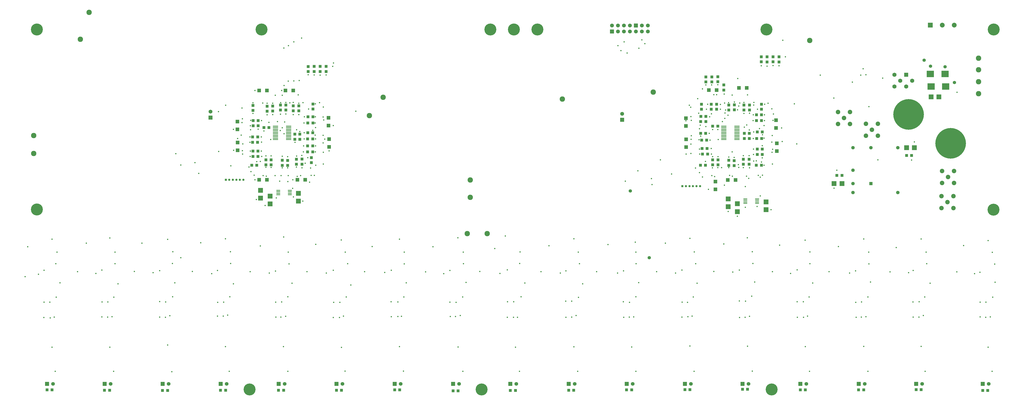
<source format=gbr>
*
G04 Mass Parameters ***
*
G04 Image ***
*
%INTDC_16SMB.GBR*%
%ICAS*%
%MOIN*%
%IPPOS*%
%ASAXBY*%
G74*%FSLAN2X34Y34*%
*
G04 Aperture Definitions ***
*
%ADD10C,0.2000*%
%ADD11C,0.5118*%
%ADD12R,0.0800X0.0800*%
%ADD13R,0.1050X0.1200*%
%ADD14R,0.0500X0.0500*%
%ADD15R,0.0790X0.0790*%
%ADD16R,0.0600X0.0800*%
%ADD17C,0.0750*%
%ADD18C,0.0700*%
%ADD19R,0.0700X0.0700*%
%ADD20C,0.0350*%
%ADD21R,0.0350X0.0350*%
%ADD22C,0.0650*%
%ADD23R,0.0600X0.0600*%
%ADD24O,0.0500X0.1500*%
%ADD25R,0.0500X0.1500*%
%ADD26C,0.0920*%
%ADD27C,0.0580*%
%ADD28C,0.0800*%
%ADD29R,0.0520X0.0500*%
%ADD30O,0.0700X0.0110*%
%ADD31R,0.0700X0.0110*%
%ADD32O,0.0110X0.0700*%
%ADD33R,0.0110X0.0700*%
%ADD34O,0.0250X0.0940*%
%ADD35R,0.0250X0.0940*%
%ADD36C,0.0600*%
%ADD37O,0.0860X0.0250*%
%ADD38R,0.0860X0.0250*%
%ADD39R,0.0866X0.1023*%
%ADD40R,0.0580X0.0580*%
%ADD41C,0.0220*%
%ADD42C,0.0300*%
%ADD43C,0.0160*%
%ADD44C,0.0080*%
%ADD45C,0.0120*%
%ADD46C,0.0220*%
%ADD47C,0.0100*%
%ADD48C,0.0150*%
%ADD49C,0.0200*%
%ADD50C,0.0500*%
%ADD51C,0.0400*%
%ADD52C,0.0220*%
%ADD53C,0.0060*%
%ADD54C,0.2000*%
%ADD55C,0.5118*%
%ADD56R,0.0800X0.0800*%
%ADD57R,0.1200X0.1050*%
%ADD58R,0.0500X0.0500*%
%ADD59R,0.0600X0.0600*%
%ADD60C,0.0750*%
%ADD61C,0.0700*%
%ADD62R,0.0700X0.0700*%
%ADD63C,0.0350*%
%ADD64R,0.0350X0.0350*%
%ADD65C,0.0650*%
%ADD66C,0.0920*%
%ADD67C,0.0580*%
%ADD68C,0.0800*%
%ADD69O,0.0650X0.0160*%
%ADD70R,0.0650X0.0160*%
%ADD71O,0.0900X0.0160*%
%ADD72R,0.0900X0.0160*%
%ADD73C,0.0600*%
%ADD74R,0.0580X0.0580*%
%ADD75C,0.0220*%
%ADD76C,0.0220*%
%ADD77C,0.0250*%
%ADD78C,0.0010*%
%ADD79C,0.0500*%
%ADD80C,0.0500*%
%ADD81R,0.1050X0.1200*%
%ADD82R,0.0790X0.0790*%
%ADD83R,0.0600X0.0800*%
%ADD84C,0.0370*%
%ADD85R,0.0370X0.0370*%
%ADD86R,0.0650X0.0650*%
%ADD87O,0.0500X0.1500*%
%ADD88R,0.0500X0.1500*%
%ADD89C,0.0620*%
%ADD90C,0.0900*%
%ADD91R,0.0520X0.0500*%
%ADD92O,0.0700X0.0110*%
%ADD93R,0.0700X0.0110*%
%ADD94O,0.0110X0.0700*%
%ADD95R,0.0110X0.0700*%
%ADD96O,0.0250X0.0940*%
%ADD97R,0.0250X0.0940*%
%ADD98O,0.0860X0.0250*%
%ADD99R,0.0860X0.0250*%
%ADD100R,0.0945X0.1102*%
%ADD101C,0.0550*%
%ADD102C,0.0550*%
*
G04 Plot Data ***
*
G54D52*
X0028610Y0041470D03*
Y0025960D03*
X0048870Y0041000D03*
X0052530Y0048990D03*
X0074640Y0018500D03*
X0075340Y0016290D03*
X0117560Y0047380D03*
X0118480Y0045720D03*
X0075760Y0019380D03*
X0076330Y0021830D03*
X0075860Y0026910D03*
X0082890Y0029610D03*
X0116970Y0046750D03*
X0153910Y0021680D03*
X0151090Y0016030D03*
X0152780Y0016280D03*
X0152090Y0018580D03*
X0153020Y0019400D03*
X0150300Y0023450D03*
X0141540Y0016000D03*
X0143170Y0016110D03*
X0142410Y0016030D03*
X0153260Y0026910D03*
X0143500Y0019400D03*
X0143940Y0021880D03*
X0142800Y0029090D03*
X0143660Y0026900D03*
X0140440Y0023380D03*
X0134270Y0021740D03*
X0133680Y0019410D03*
X0133020Y0028910D03*
X0133830Y0026930D03*
X0143690Y0024940D03*
X0117345Y0043290D03*
X0093000Y0015990D03*
X0094700Y0016280D03*
X0093990Y0018690D03*
X0095120Y0019320D03*
X0095810Y0021590D03*
X0094350Y0029120D03*
X0095090Y0026910D03*
X0098160Y0023630D03*
X0101650Y0023380D03*
X0105180Y0021790D03*
X0102670Y0016000D03*
X0104360Y0016070D03*
X0103650Y0018510D03*
X0104700Y0019430D03*
X0104740Y0024950D03*
X0084930Y0016010D03*
X0084280Y0018610D03*
X0085500Y0019440D03*
X0086140Y0021730D03*
X0085340Y0026940D03*
X0085290Y0024980D03*
X0081120Y0027510D03*
X0108180Y0023640D03*
X0055830Y0016210D03*
X0151290Y0045330D03*
X0055460Y0028920D03*
X0150810Y0042290D03*
X0135560Y0056500D03*
X0056120Y0026910D03*
X0138330Y0040580D03*
X0137850Y0037595D03*
X0137820Y0052660D03*
X0062730Y0023490D03*
X0066300Y0021770D03*
X0065170Y0029050D03*
X0065910Y0019400D03*
X0064920Y0018550D03*
X0065530Y0016170D03*
X0065970Y0026900D03*
Y0024940D03*
X0152430Y0029080D03*
X0145180Y0042320D03*
X0124860Y0042160D03*
X0123640Y0043020D03*
X0124380Y0043220D03*
X0124390Y0044130D03*
X0122670Y0043035D03*
X0124340Y0045880D03*
X0129080Y0047650D03*
X0129170Y0045380D03*
X0127533Y0041633D03*
X0127490Y0043600D03*
X0124430Y0047010D03*
X0126145Y0048060D03*
X0127455Y0045310D03*
X0127505Y0046402D03*
X0074960Y0029290D03*
X0124570Y0021900D03*
X0124070Y0019540D03*
X0122040Y0015970D03*
X0121150Y0042735D03*
X0122990Y0015990D03*
X0123730Y0016150D03*
X0104000Y0011020D03*
X0104730Y0006950D03*
X0127705Y0049985D03*
X0114700Y0024960D03*
X0114480Y0026920D03*
X0109660Y0028390D03*
X0113910Y0044960D03*
X0113973Y0046357D03*
X0031620Y0040070D03*
X0034950Y0043730D03*
X0027790Y0043350D03*
X0074990Y0011040D03*
X0075770Y0006950D03*
X0027240Y0019440D03*
X0025080Y0016030D03*
X0026060Y0015980D03*
X0026790Y0016270D03*
X0047230Y0021710D03*
X0046590Y0026890D03*
X0113870Y0051130D03*
X0113090Y0048850D03*
X0007080Y0010990D03*
X0007630Y0006950D03*
X0007080Y0029050D03*
X0120160Y0033700D03*
X0054110Y0048060D03*
X0057870Y0050450D03*
X0036930Y0026950D03*
X0031950Y0028450D03*
X0049020Y0035430D03*
X0047440Y0036130D03*
X0044590Y0035960D03*
X0133040Y0011100D03*
X0133750Y0006950D03*
X0084570Y0010980D03*
X0085240Y0006950D03*
X0094340Y0011060D03*
X0094970Y0006950D03*
X0036080Y0011080D03*
X0036730Y0006950D03*
X0045790Y0011090D03*
X0046500Y0006950D03*
X0124170Y0026950D03*
X0152420Y0011120D03*
X0153080Y0006950D03*
X0142810Y0011140D03*
X0143510Y0006950D03*
X0016740Y0011000D03*
X0017390Y0006950D03*
X0143670Y0051240D03*
X0163970Y0016050D03*
X0142720Y0057550D03*
X0143170Y0056550D03*
X0164380Y0019350D03*
X0164780Y0021870D03*
X0163610Y0028830D03*
X0159530Y0027980D03*
X0164720Y0024890D03*
X0164330Y0026850D03*
X0164290Y0006950D03*
X0163610Y0011010D03*
X0153340Y0024950D03*
X0123370Y0011150D03*
X0124190Y0007000D03*
X0043720Y0042980D03*
X0042840Y0043000D03*
X0042080Y0043800D03*
Y0046170D03*
X0042510Y0047170D03*
X0040280Y0047360D03*
X0038991Y0044979D03*
X0038951Y0043290D03*
X0037450Y0043920D03*
X0036980Y0041320D03*
X0041010Y0053930D03*
X0042300Y0051840D03*
X0043990Y0049890D03*
X0047420Y0049880D03*
X0048340Y0049910D03*
X0049040Y0051880D03*
X0049980Y0050830D03*
X0049270Y0049540D03*
X0049250Y0045830D03*
X0049160Y0044660D03*
X0049130Y0043670D03*
X0044410Y0053130D03*
X0045290Y0049950D03*
X0046180Y0050010D03*
X0046840Y0051870D03*
X0104620Y0028560D03*
X0104700Y0026910D03*
X0100050Y0028150D03*
X0043040Y0049870D03*
X0049730Y0023640D03*
X0051180Y0028180D03*
X0040670Y0050080D03*
X0038850Y0050990D03*
X0038910Y0049210D03*
X0113924Y0043404D03*
X0113120Y0043280D03*
X0108820Y0042340D03*
X0110680Y0039960D03*
X0107410Y0038210D03*
X0107310Y0039200D03*
X0102940Y0038760D03*
X0045590Y0042940D03*
X0046490Y0042850D03*
X0047970Y0042950D03*
X0048860Y0043050D03*
X0049840Y0042710D03*
X0127540Y0023630D03*
X0128740Y0028070D03*
X0050150Y0038580D03*
X0048650Y0039710D03*
X0050950Y0039740D03*
X0050410Y0039730D03*
X0042140Y0042890D03*
X0147220Y0023610D03*
X0148250Y0027650D03*
X0038730Y0046460D03*
X0037410Y0047430D03*
X0034910Y0050380D03*
X0052440Y0051150D03*
X0052420Y0049510D03*
X0041260Y0035680D03*
X0088840Y0023630D03*
X0090180Y0027970D03*
X0069550Y0023610D03*
X0070790Y0027780D03*
X0059360Y0023620D03*
X0060620Y0027830D03*
X0137000Y0023630D03*
X0138570Y0027840D03*
X0045591Y0053121D03*
X0158410Y0053620D03*
X0117535Y0042850D03*
X0121900Y0041050D03*
X0133400Y0016200D03*
X0132710Y0018580D03*
X0081980Y0023320D03*
X0078600Y0023650D03*
X0095270Y0024950D03*
X0092080Y0023400D03*
X0111350D03*
X0113760Y0029200D03*
X0057040Y0021390D03*
X0056290Y0019380D03*
X0075880Y0024950D03*
X0072570Y0023310D03*
X0130590Y0023330D03*
X0133830Y0024970D03*
X0124280Y0024990D03*
X0055470Y0010960D03*
X0056070Y0007000D03*
X0117300Y0044220D03*
X0117100Y0045620D03*
X0116510Y0050790D03*
X0117360Y0050030D03*
X0114120Y0016210D03*
X0113360Y0018480D03*
X0112460Y0018530D03*
X0012820Y0028390D03*
X0017630Y0026910D03*
X0003030Y0027790D03*
X0002570Y0022790D03*
X0004800Y0023200D03*
X0119725Y0050660D03*
X0118850Y0050790D03*
X0007900Y0026910D03*
X0007730Y0024950D03*
X0008410Y0021750D03*
X0007780Y0019370D03*
X0007440Y0016030D03*
X0005740Y0018540D03*
X0006720Y0018530D03*
X0011360Y0023640D03*
X0017620Y0024950D03*
X0014430Y0023340D03*
X0018110Y0021600D03*
X0017400Y0019370D03*
X0017110Y0016090D03*
X0015440Y0018570D03*
X0016410Y0018550D03*
X0016750Y0029270D03*
X0030560Y0023660D03*
X0036940Y0024990D03*
X0033790Y0023280D03*
X0036070Y0029120D03*
X0037410Y0021600D03*
X0116400Y0047880D03*
X0117040Y0049520D03*
X0036820Y0019440D03*
X0036440Y0016360D03*
X0040230Y0023620D03*
X0046720Y0024930D03*
X0043430Y0023400D03*
X0046530Y0019420D03*
X0046150Y0016150D03*
X0041920Y0027920D03*
X0056530Y0024950D03*
X0052940Y0023390D03*
X0124440Y0051940D03*
X0122070Y0051835D03*
X0121700Y0050680D03*
X0115342Y0047538D03*
X0113910Y0049550D03*
X0115840Y0054205D03*
X0117750Y0053240D03*
X0042110Y0045280D03*
X0043635Y0045725D03*
X0052437Y0041633D03*
X0053400Y0043830D03*
X0052410Y0046440D03*
X0052404Y0045176D03*
X0052440Y0043600D03*
X0051155Y0047735D03*
X0163220Y0016010D03*
X0162280Y0016050D03*
X0161360Y0023290D03*
X0065180Y0011110D03*
X0065840Y0007000D03*
X0121750Y0055940D03*
X0127570Y0044090D03*
X0115380Y0043290D03*
X0126140Y0041430D03*
X0114330Y0019390D03*
X0113760Y0011190D03*
X0114440Y0006960D03*
X0122790Y0050105D03*
X0117890Y0039540D03*
X0048260Y0053210D03*
X0038850Y0048550D03*
X0041020Y0038980D03*
X0093000Y0023760D03*
X0151090Y0023840D03*
X0112420Y0023910D03*
X0119195Y0048719D03*
X0046590Y0039710D03*
X0045390Y0039690D03*
X0042380Y0039710D03*
X0044390Y0039680D03*
X0102660Y0023770D03*
X0073630Y0023840D03*
X0042900Y0039590D03*
X0048070Y0039550D03*
X0113958Y0045766D03*
X0041330Y0042040D03*
X0040333Y0040353D03*
X0127646Y0048916D03*
X0141460Y0023760D03*
X0123730Y0050120D03*
X0124310Y0048910D03*
X0124340Y0049870D03*
X0119555Y0051835D03*
X0120830Y0053170D03*
X0054120Y0023870D03*
X0083230Y0023930D03*
X0124970Y0034530D03*
X0127320Y0033990D03*
X0115050Y0052555D03*
X0123020Y0034410D03*
X0123360Y0029280D03*
X0121690Y0032910D03*
X0015400Y0023880D03*
X0040320Y0048920D03*
X0043340Y0048600D03*
X0125890Y0039760D03*
X0125510Y0039440D03*
X0125190Y0039720D03*
X0005750Y0023860D03*
X0131670Y0023930D03*
X0051180Y0041430D03*
X0049410Y0041750D03*
X0119500Y0038110D03*
X0120394Y0039735D03*
X0045150Y0038750D03*
X0052690Y0045790D03*
X0116840Y0037390D03*
X0123720Y0041010D03*
X0123020Y0037870D03*
X0044450Y0023740D03*
X0116360Y0042070D03*
X0120250Y0042780D03*
X0118460Y0042850D03*
X0041920Y0042050D03*
X0124400Y0042140D03*
X0051140Y0045830D03*
X0125706Y0041944D03*
X0125850Y0042670D03*
X0123680Y0047330D03*
X0122020Y0023890D03*
X0034750Y0023820D03*
X0119060Y0041030D03*
X0117410Y0039710D03*
X0115340Y0040210D03*
X0125050Y0050800D03*
X0047360Y0039000D03*
X0046520Y0038700D03*
X0049250Y0046860D03*
X0049230Y0048500D03*
X0040190Y0045270D03*
X0115220Y0050120D03*
X0120230Y0051910D03*
X0125880Y0046540D03*
X0063830Y0023870D03*
X0123370Y0053180D03*
X0046470Y0040980D03*
X0126255Y0051640D03*
X0126200Y0049860D03*
X0124410Y0051490D03*
X0127440Y0050860D03*
X0131220Y0051700D03*
X0121190Y0051980D03*
X0042100Y0048910D03*
X0041550Y0047450D03*
X0045470Y0053920D03*
X0120260Y0041020D03*
X0045300Y0051890D03*
X0038930Y0043860D03*
X0040020Y0041140D03*
X0051120Y0051680D03*
X0048520Y0047070D03*
X0120860Y0039610D03*
X0142330Y0056510D03*
X0051120Y0049540D03*
X0050680Y0047270D03*
X0140920Y0055320D03*
X0047310Y0037550D03*
X0040180Y0046160D03*
X0038130Y0045880D03*
X0123250Y0048170D03*
X0113970Y0048920D03*
X0121855Y0041540D03*
X0121910Y0051330D03*
X0118840Y0051590D03*
X0122670Y0041020D03*
X0123570Y0039240D03*
X0050316Y0040954D03*
X0040870Y0039750D03*
X0125850Y0044705D03*
X0126150Y0045960D03*
X0122790Y0051930D03*
X0126200Y0048910D03*
X0047730Y0045270D03*
X0043040Y0051780D03*
X0040670Y0051870D03*
X0051080Y0048490D03*
X0047953Y0041136D03*
X0051160Y0044660D03*
X0115860Y0039470D03*
X0048347Y0051793D03*
X0114695Y0040970D03*
X0117530Y0040980D03*
X0043970Y0051780D03*
X0145990Y0056010D03*
X0045800Y0029440D03*
X0042720Y0034690D03*
X0115490Y0048120D03*
X0115270Y0045700D03*
X0105730Y0062380D03*
X0162260Y0023530D03*
X0043710Y0041050D03*
X0040258Y0043798D03*
X0115360Y0044120D03*
X0118430Y0041040D03*
X0113645Y0051475D03*
X0125370Y0047550D03*
X0123220Y0039590D03*
X0045870Y0054760D03*
X0045860Y0061020D03*
X0045590Y0040980D03*
X0042840Y0041100D03*
X0045890Y0046710D03*
X0120800Y0043660D03*
G54D54*
X0126550Y0064140D03*
X0080370D03*
X0127420Y0003940D03*
X0078920D03*
X0040110D03*
X0042100Y0064140D03*
X0084310D03*
X0088260D03*
X0164510Y0034010D03*
X0164550Y0064130D03*
X0004540Y0034020D03*
Y0064130D03*
G54D55*
X0157340Y0045100D03*
X0150310Y0049920D03*
G54D56*
X0153950Y0064870D03*
X0149970Y0044360D03*
X0151290D03*
X0139170Y0038370D03*
X0137850D03*
X0154070Y0052850D03*
X0155390D03*
X0041940Y0037240D03*
Y0035920D03*
X0043550Y0036270D03*
Y0034950D03*
X0048280Y0036740D03*
Y0035420D03*
X0120160Y0035800D03*
Y0034480D03*
X0126490Y0035310D03*
Y0033990D03*
X0121690Y0034990D03*
Y0033670D03*
G54D57*
X0154070Y0054580D03*
X0156520D03*
X0153950Y0056700D03*
X0156400D03*
G54D58*
X0119400Y0054850D03*
Y0054010D03*
X0118420Y0056230D03*
Y0055390D03*
X0117400Y0056200D03*
Y0055360D03*
X0116420Y0056190D03*
Y0055350D03*
X0048510Y0045750D03*
X0047670D03*
X0048520Y0046640D03*
X0047680D03*
X0125670Y0059560D03*
Y0058720D03*
X0126640Y0059550D03*
Y0058710D03*
X0127650Y0059560D03*
Y0058720D03*
X0128660Y0059550D03*
Y0058710D03*
X0049920Y0057940D03*
Y0057100D03*
X0050900Y0057950D03*
Y0057110D03*
X0051920Y0057950D03*
Y0057110D03*
X0052910Y0057950D03*
Y0057110D03*
X0123690Y0045900D03*
X0122850D03*
X0123680Y0046760D03*
X0122840D03*
X0113750Y0003900D03*
X0112910D03*
X0104000Y0003850D03*
X0103160D03*
X0094320Y0003800D03*
X0093480D03*
X0084570Y0003770D03*
X0083730D03*
X0123380Y0003950D03*
X0122540D03*
X0133040Y0003850D03*
X0132200D03*
X0142800D03*
X0141960D03*
X0152410Y0003900D03*
X0151570D03*
X0163550Y0003770D03*
X0162710D03*
X0074980Y0003690D03*
X0074140D03*
X0065210Y0003850D03*
X0064370D03*
X0055480Y0003800D03*
X0054640D03*
X0045800D03*
X0044960D03*
X0007080Y0003850D03*
X0006240D03*
X0016700Y0003800D03*
X0015860D03*
X0036100D03*
X0035260D03*
X0026400Y0003750D03*
X0025560D03*
X0050700Y0048500D03*
X0049860D03*
X0040490Y0041430D03*
X0041330D03*
X0040670Y0042890D03*
X0041510D03*
X0040630Y0046160D03*
X0041470D03*
X0040720Y0048910D03*
X0041560D03*
X0040670Y0043800D03*
X0041510D03*
X0040620Y0045270D03*
X0041460D03*
X0040710Y0048030D03*
X0041550D03*
X0043990Y0051320D03*
Y0050480D03*
X0046180Y0051490D03*
Y0050650D03*
X0047420Y0051370D03*
Y0050530D03*
X0040670Y0051430D03*
Y0050590D03*
X0043040Y0051307D03*
Y0050467D03*
X0045290Y0051490D03*
Y0050650D03*
X0048340Y0051360D03*
Y0050520D03*
X0050710Y0051670D03*
Y0050830D03*
X0050720Y0049540D03*
X0049880D03*
X0050680Y0046860D03*
X0049840D03*
X0050670Y0043670D03*
X0049830D03*
X0050450Y0041870D03*
Y0042710D03*
X0048870Y0041610D03*
Y0042450D03*
X0045590Y0041410D03*
Y0042250D03*
X0042840Y0041500D03*
Y0042340D03*
X0050670Y0045830D03*
X0049830D03*
X0050670Y0044660D03*
X0049830D03*
X0047960Y0041580D03*
Y0042420D03*
X0046480Y0041400D03*
Y0042240D03*
X0043710Y0041500D03*
Y0042340D03*
X0043350Y0047720D03*
X0042510D03*
X0115780Y0044220D03*
X0116620D03*
X0115550Y0046750D03*
X0116390D03*
X0115710Y0045620D03*
X0116550D03*
X0125720Y0051640D03*
Y0050800D03*
X0125700Y0041430D03*
X0124860D03*
X0115520D03*
X0116360D03*
X0115860Y0043290D03*
X0116700D03*
X0115570Y0049590D03*
X0116410D03*
X0115670Y0051630D03*
Y0050790D03*
X0117310Y0051640D03*
Y0050800D03*
X0120240Y0051500D03*
Y0050660D03*
X0125730Y0049860D03*
X0124890D03*
X0125860Y0047010D03*
X0125020D03*
X0125850Y0043220D03*
X0125010D03*
X0123730Y0051500D03*
Y0050660D03*
X0123640Y0041600D03*
Y0042440D03*
X0120250Y0041410D03*
Y0042250D03*
X0117540Y0041480D03*
Y0042320D03*
X0118460Y0041480D03*
Y0042320D03*
X0121150Y0041350D03*
Y0042190D03*
X0122670Y0041590D03*
Y0042430D03*
X0122790Y0051500D03*
Y0050660D03*
X0125850Y0044130D03*
X0125010D03*
X0125750Y0045880D03*
X0124910D03*
X0125730Y0048910D03*
X0124890D03*
X0121180Y0051520D03*
Y0050680D03*
X0118230Y0051630D03*
Y0050790D03*
X0115560Y0048720D03*
X0116400D03*
X0118400Y0047970D03*
X0117560D03*
X0149970Y0043060D03*
X0150810D03*
X0139170Y0039730D03*
X0138330D03*
G54D59*
X0053310Y0049360D03*
Y0048060D03*
X0048100Y0039000D03*
X0049400D03*
X0038130Y0045220D03*
Y0043920D03*
X0043030Y0053930D03*
X0041730D03*
X0053400Y0045790D03*
Y0044490D03*
X0043030Y0038980D03*
X0041730D03*
X0038090Y0048720D03*
Y0047420D03*
X0047400Y0053920D03*
X0046100D03*
X0121370Y0038950D03*
X0120070D03*
X0128150Y0048950D03*
Y0047650D03*
X0113120Y0045770D03*
Y0044470D03*
X0118230Y0054010D03*
X0116930D03*
X0118030Y0038690D03*
Y0037390D03*
X0128280Y0043800D03*
Y0045100D03*
X0113090Y0049280D03*
Y0047980D03*
X0123250Y0054370D03*
X0121950D03*
G54D60*
X0156820Y0035250D03*
X0155820Y0034250D03*
X0157820D03*
Y0036250D03*
X0155820D03*
X0156910Y0039470D03*
X0155910Y0038470D03*
X0157910D03*
Y0040470D03*
X0155910D03*
X0144180Y0047350D03*
X0143180Y0046350D03*
X0145180D03*
Y0048350D03*
X0143180D03*
X0139510Y0049340D03*
X0140510Y0048340D03*
Y0050340D03*
X0138510D03*
Y0048340D03*
G54D61*
X0147947Y0054581D03*
X0148931Y0055566D03*
X0149916Y0054581D03*
X0150900Y0055566D03*
X0147947Y0056550D03*
G54D62*
X0149916D03*
G54D65*
X0100730Y0064800D03*
X0101730Y0063800D03*
Y0064800D03*
X0102730Y0063800D03*
Y0064800D03*
X0103730Y0063800D03*
Y0064800D03*
X0104730Y0063800D03*
X0105730D03*
Y0064800D03*
X0106730Y0063800D03*
Y0064800D03*
X0033570Y0050380D03*
X0102400Y0050030D03*
G54D67*
X0144000Y0044360D03*
X0141000D03*
Y0038360D03*
Y0040610D03*
Y0036860D03*
X0148500D03*
Y0044360D03*
G54D68*
X0155950Y0064870D03*
X0157950D03*
G54D69*
X0046860Y0036990D03*
Y0036740D03*
Y0036490D03*
X0044910D03*
Y0036740D03*
Y0036990D03*
Y0037240D03*
X0124970Y0035550D03*
Y0035300D03*
Y0035050D03*
X0123020D03*
Y0035300D03*
Y0035550D03*
Y0035800D03*
G54D70*
X0046860Y0037240D03*
X0124970Y0035800D03*
G54D71*
X0046645Y0047725D03*
Y0047475D03*
Y0047225D03*
Y0046975D03*
Y0046725D03*
Y0046475D03*
Y0046225D03*
Y0045975D03*
Y0045725D03*
X0044445D03*
Y0045975D03*
Y0046225D03*
Y0046475D03*
Y0046725D03*
Y0046975D03*
Y0047225D03*
Y0047475D03*
Y0047725D03*
Y0047975D03*
X0121630Y0047720D03*
Y0047470D03*
Y0047220D03*
Y0046970D03*
Y0046720D03*
Y0046470D03*
Y0046220D03*
Y0045970D03*
Y0045720D03*
X0119430D03*
Y0045970D03*
Y0046220D03*
Y0046470D03*
Y0046720D03*
Y0046970D03*
Y0047220D03*
Y0047470D03*
Y0047720D03*
Y0047970D03*
G54D72*
X0046645Y0047975D03*
X0121630Y0047970D03*
G54D74*
X0144000Y0038360D03*
G54D75*
X0105050Y0040500D03*
X0054160Y0058540D03*
X0054000Y0057950D03*
X0030970Y0041870D03*
X0125500Y0036300D03*
X0162280Y0018520D03*
X0141480Y0018500D03*
X0112410Y0016040D03*
X0113430Y0016100D03*
X0102620Y0018580D03*
X0103620Y0016020D03*
X0093970D03*
X0083260Y0018590D03*
X0073600Y0018530D03*
X0063790Y0018610D03*
X0016380Y0016030D03*
X0005730Y0015960D03*
X0025090Y0023800D03*
X0023980Y0023460D03*
X0120930Y0023560D03*
X0163250Y0018530D03*
X0151050Y0018550D03*
X0152040Y0016030D03*
X0142450Y0018550D03*
X0131680Y0018580D03*
X0132760Y0016010D03*
X0122020Y0018740D03*
X0123050Y0018690D03*
X0092980Y0018700D03*
X0083230Y0015990D03*
X0084240D03*
X0073680Y0016140D03*
X0074540Y0016130D03*
X0063810Y0016110D03*
X0064910Y0016130D03*
X0054190Y0018500D03*
X0054130Y0015960D03*
X0055140Y0015970D03*
X0055200Y0018510D03*
X0044510Y0016040D03*
X0044480Y0018540D03*
X0045360Y0016030D03*
X0045470Y0018550D03*
X0034750Y0016190D03*
X0034790Y0018510D03*
X0035730Y0016190D03*
X0035790Y0018530D03*
X0025080Y0018620D03*
X0026090Y0018570D03*
X0015400Y0016060D03*
X0006770Y0015910D03*
X0129290Y0062340D03*
X0129720Y0059550D03*
X0158370Y0023590D03*
X0022120Y0028410D03*
X0119420Y0028260D03*
X0020850Y0023660D03*
X0117760Y0023650D03*
X0027610Y0021760D03*
X0114950Y0021700D03*
X0026430Y0029030D03*
X0027280Y0026950D03*
X0027200Y0024990D03*
X0026430Y0011360D03*
X0027110Y0006900D03*
G54D76*
X0047510Y0062060D03*
Y0055530D03*
X0049900Y0056560D03*
X0046182Y0051922D03*
X0047420Y0051920D03*
X0125670Y0058070D03*
X0131700Y0016010D03*
X0046630Y0061430D03*
X0046590Y0055490D03*
X0115550Y0046290D03*
X0118400Y0047380D03*
X0126830Y0051810D03*
X0045260Y0047230D03*
X0116715Y0051640D03*
X0052900Y0056520D03*
X0051130Y0043670D03*
X0051070Y0046470D03*
X0047990Y0047350D03*
X0051800Y0051890D03*
X0048410Y0055610D03*
X0048820Y0062690D03*
X0122840Y0047800D03*
X0040210Y0042880D03*
X0119470Y0053320D03*
X0051910Y0056480D03*
X0045970Y0048650D03*
X0116410Y0054850D03*
X0120130Y0049790D03*
X0103250Y0060190D03*
X0102750Y0062050D03*
X0045580Y0047700D03*
X0118410Y0054890D03*
X0050930Y0056520D03*
X0040250Y0048040D03*
X0044790Y0048740D03*
X0101730Y0061430D03*
X0119580Y0049270D03*
X0105220Y0061000D03*
X0102210Y0060610D03*
X0118229Y0053220D03*
X0119620Y0050170D03*
X0126640Y0057990D03*
X0131600Y0044990D03*
X0128660Y0058050D03*
X0127650Y0058100D03*
X0036130Y0051470D03*
X0106210Y0061760D03*
X0117390Y0054860D03*
G54D84*
X0036724Y0038994D03*
X0037315D03*
X0037905D03*
X0038496D03*
X0039086D03*
X0113080Y0037920D03*
X0113671D03*
X0114261D03*
X0114852D03*
X0115443D03*
G54D85*
X0036134Y0038994D03*
X0112490Y0037920D03*
G54D86*
X0100730Y0063800D03*
X0104730Y0064800D03*
X0006240Y0004850D03*
X0044970D03*
X0015870D03*
X0054640D03*
X0025570D03*
X0064370D03*
X0035270D03*
X0074140D03*
X0122540D03*
X0083730D03*
X0132210D03*
X0093480D03*
X0141970D03*
X0103170D03*
X0151580D03*
X0112920D03*
X0162720D03*
X0033570Y0049380D03*
X0102400Y0049030D03*
G54D89*
X0007240Y0004850D03*
X0045970D03*
X0016870D03*
X0055640D03*
X0026570D03*
X0065370D03*
X0036270D03*
X0075140D03*
X0123540D03*
X0084730D03*
X0133210D03*
X0094480D03*
X0142970D03*
X0104170D03*
X0152580D03*
X0113920D03*
X0163720D03*
G54D90*
X0076500Y0030000D03*
X0079850D03*
X0077000Y0036050D03*
X0004000Y0043390D03*
X0162000Y0055400D03*
X0107620Y0053670D03*
X0004000Y0046400D03*
X0060140Y0049740D03*
X0092400Y0052500D03*
X0162010Y0053380D03*
X0011810Y0062500D03*
X0162000Y0057400D03*
X0013270Y0067010D03*
X0162000Y0059330D03*
X0062450Y0052790D03*
X0133780Y0062280D03*
X0077000Y0038950D03*
G54D102*
X0106950Y0025960D03*
X0103780Y0037140D03*
X0157970Y0055260D03*
X0156410Y0057880D03*
X0152930Y0059010D03*
X0153980Y0057980D03*
M02*

</source>
